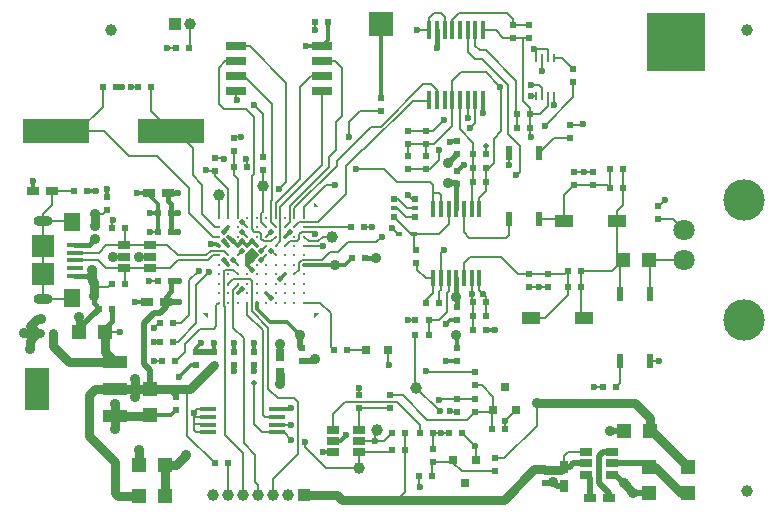
<source format=gtl>
G04 #@! TF.FileFunction,Copper,L1,Top,Mixed*
%FSLAX46Y46*%
G04 Gerber Fmt 4.6, Leading zero omitted, Abs format (unit mm)*
G04 Created by KiCad (PCBNEW 4.0.2-stable) date 2016/09/19 18:56:50*
%MOMM*%
G01*
G04 APERTURE LIST*
%ADD10C,0.100000*%
%ADD11R,0.450000X1.450000*%
%ADD12R,1.350000X0.400000*%
%ADD13R,1.900000X1.900000*%
%ADD14O,1.600000X0.900000*%
%ADD15R,1.400000X1.600000*%
%ADD16R,5.600700X2.100580*%
%ADD17R,1.201420X1.249680*%
%ADD18R,1.060000X0.650000*%
%ADD19C,1.000000*%
%ADD20C,1.800000*%
%ADD21C,3.500000*%
%ADD22R,0.800100X1.000760*%
%ADD23R,1.249680X1.201420*%
%ADD24R,1.000760X0.800100*%
%ADD25R,1.000000X1.000000*%
%ADD26R,0.800100X0.800100*%
%ADD27R,2.000000X2.000000*%
%ADD28R,5.000000X5.000000*%
%ADD29C,0.500000*%
%ADD30R,2.032000X3.657600*%
%ADD31R,2.032000X1.016000*%
%ADD32R,0.599440X0.599440*%
%ADD33R,0.450000X1.500000*%
%ADD34R,0.200000X0.700000*%
%ADD35R,0.800000X0.800100*%
%ADD36R,0.480000X0.400000*%
%ADD37R,0.600000X0.600000*%
%ADD38R,0.600000X0.400000*%
%ADD39R,0.600000X1.300000*%
%ADD40R,1.450000X0.450000*%
%ADD41R,1.500000X1.000000*%
%ADD42R,1.700000X0.650000*%
%ADD43C,1.000760*%
%ADD44C,0.330000*%
%ADD45C,0.600000*%
%ADD46C,0.900000*%
%ADD47C,0.200000*%
%ADD48C,0.400000*%
%ADD49C,0.150000*%
%ADD50C,0.500000*%
%ADD51C,0.300000*%
%ADD52C,0.800000*%
G04 APERTURE END LIST*
D10*
D11*
X39350000Y25850000D03*
X38700000Y25850000D03*
X38050000Y25850000D03*
X37400000Y25850000D03*
X36750000Y25850000D03*
X36100000Y25850000D03*
X35450000Y25850000D03*
X35450000Y19950000D03*
X36100000Y19950000D03*
X36750000Y19950000D03*
X37400000Y19950000D03*
X38050000Y19950000D03*
X38700000Y19950000D03*
X39350000Y19950000D03*
D12*
X5100000Y22800000D03*
X5100000Y22150000D03*
X5100000Y21500000D03*
X5100000Y20850000D03*
X5100000Y20200000D03*
D13*
X2450000Y22700000D03*
X2450000Y20300000D03*
D14*
X2450000Y24800000D03*
D15*
X4900000Y24700000D03*
X4900000Y18300000D03*
D14*
X2450000Y18200000D03*
D16*
X3551140Y32400000D03*
X13248860Y32400000D03*
D17*
X7699820Y15400000D03*
X5500180Y15400000D03*
X53699820Y21500000D03*
X51500180Y21500000D03*
D18*
X50600000Y3350000D03*
X50600000Y4300000D03*
X50600000Y5250000D03*
X48400000Y5250000D03*
X48400000Y3350000D03*
X48400000Y4300000D03*
X27000000Y7150000D03*
X27000000Y6200000D03*
X27000000Y5250000D03*
X29200000Y5250000D03*
X29200000Y7150000D03*
X29200000Y6200000D03*
D19*
X8200000Y41000000D03*
X62000000Y41000000D03*
X62000000Y2000000D03*
D20*
X56700000Y21500000D03*
X56700000Y24040000D03*
D21*
X61780000Y16420000D03*
X61780000Y26580000D03*
D17*
X12699820Y4200000D03*
X10500180Y4200000D03*
D22*
X22500000Y13500100D03*
X22500000Y11899900D03*
D23*
X11500000Y10599820D03*
X11500000Y8400180D03*
D22*
X46500000Y4000100D03*
X46500000Y2399900D03*
D24*
X48699900Y1400000D03*
X50300100Y1400000D03*
D23*
X53700000Y3999820D03*
X53700000Y1800180D03*
D17*
X53799820Y7000000D03*
X51600180Y7000000D03*
D24*
X3200100Y27400000D03*
X1599900Y27400000D03*
X12800100Y18000000D03*
X11199900Y18000000D03*
X13000100Y27200000D03*
X11399900Y27200000D03*
D17*
X10500180Y1500000D03*
X12699820Y1500000D03*
D23*
X57000000Y1800180D03*
X57000000Y3999820D03*
D25*
X13565000Y41500000D03*
D19*
X14835000Y41500000D03*
D25*
X24490000Y1600000D03*
D19*
X23140000Y1600000D03*
X21870000Y1600000D03*
X20600000Y1600000D03*
X19330000Y1600000D03*
X18060000Y1600000D03*
X16790000Y1600000D03*
D18*
X9300000Y22750000D03*
X9300000Y21800000D03*
X9300000Y20850000D03*
X11500000Y20850000D03*
X11500000Y22750000D03*
X11500000Y21800000D03*
D26*
X39050000Y4600760D03*
X37150000Y4600760D03*
X38100000Y2601780D03*
X40550000Y8799240D03*
X42450000Y8799240D03*
X41500000Y10798220D03*
D27*
X31000000Y41500000D03*
D28*
X56000000Y40000000D03*
D29*
X54500000Y41500000D03*
X57500000Y41500000D03*
X54500000Y38500000D03*
X57500000Y38500000D03*
X56000000Y40000000D03*
D30*
X1898000Y10600000D03*
D31*
X8502000Y10600000D03*
X8502000Y12886000D03*
X8502000Y8314000D03*
D32*
X13551180Y13000000D03*
X12448820Y13000000D03*
X28448820Y24300000D03*
X29551180Y24300000D03*
X16900000Y12648820D03*
X16900000Y13751180D03*
X54500000Y24948820D03*
X54500000Y26051180D03*
X13251180Y19700000D03*
X12148820Y19700000D03*
X35051180Y16400000D03*
X33948820Y16400000D03*
X43600000Y41451180D03*
X43600000Y40348820D03*
X37500000Y12948820D03*
X37500000Y14051180D03*
X39951180Y16800000D03*
X38848820Y16800000D03*
X44900000Y3751180D03*
X44900000Y2648820D03*
X20300000Y13751180D03*
X20300000Y12648820D03*
X15400000Y13751180D03*
X15400000Y12648820D03*
X51551180Y29200000D03*
X50448820Y29200000D03*
X45200000Y20351180D03*
X45200000Y19248820D03*
X49000000Y27848820D03*
X49000000Y28951180D03*
X8251180Y17400000D03*
X7148820Y17400000D03*
X13700000Y9951180D03*
X13700000Y8848820D03*
X47951180Y20600000D03*
X46848820Y20600000D03*
X18600000Y13751180D03*
X18600000Y12648820D03*
X24300000Y14051180D03*
X24300000Y12948820D03*
X38848820Y29300000D03*
X39951180Y29300000D03*
X37500000Y27948820D03*
X37500000Y29051180D03*
X37500000Y16448820D03*
X37500000Y17551180D03*
X37500000Y30448820D03*
X37500000Y31551180D03*
X34800000Y30351180D03*
X34800000Y29248820D03*
X42548820Y32700000D03*
X43651180Y32700000D03*
X26551180Y41700000D03*
X25448820Y41700000D03*
X33300000Y31348820D03*
X33300000Y32451180D03*
X17000000Y29048820D03*
X17000000Y30151180D03*
X8551180Y36200000D03*
X7448820Y36200000D03*
X7800000Y25748820D03*
X7800000Y26851180D03*
X10448820Y36200000D03*
X11551180Y36200000D03*
X18548820Y29400000D03*
X19651180Y29400000D03*
X35351180Y3200000D03*
X34248820Y3200000D03*
X37851180Y6900000D03*
X36748820Y6900000D03*
X40448820Y7200000D03*
X41551180Y7200000D03*
X13251180Y25500000D03*
X12148820Y25500000D03*
X13251180Y23900000D03*
X12148820Y23900000D03*
X49848820Y10800000D03*
X50951180Y10800000D03*
X50448820Y27600000D03*
X51551180Y27600000D03*
X47400000Y28951180D03*
X47400000Y27848820D03*
X47951180Y19200000D03*
X46848820Y19200000D03*
X43600000Y20351180D03*
X43600000Y19248820D03*
X38848820Y30500000D03*
X39951180Y30500000D03*
X38848820Y15600000D03*
X39951180Y15600000D03*
X47000000Y31848820D03*
X47000000Y32951180D03*
X38848820Y18000000D03*
X39951180Y18000000D03*
X39951180Y28100000D03*
X38848820Y28100000D03*
X14751180Y39500000D03*
X13648820Y39500000D03*
X27048820Y13900000D03*
X28151180Y13900000D03*
X33300000Y30351180D03*
X33300000Y29248820D03*
X42548820Y33900000D03*
X43651180Y33900000D03*
X42200000Y41451180D03*
X42200000Y40348820D03*
X34800000Y31348820D03*
X34800000Y32451180D03*
X33948820Y15200000D03*
X35051180Y15200000D03*
X47300000Y36548820D03*
X47300000Y37651180D03*
X31000000Y35251180D03*
X31000000Y34148820D03*
X33051180Y5400000D03*
X31948820Y5400000D03*
X33051180Y6900000D03*
X31948820Y6900000D03*
X5048820Y27400000D03*
X6151180Y27400000D03*
X34000000Y21248820D03*
X34000000Y22351180D03*
X16948820Y4300000D03*
X18051180Y4300000D03*
X21000000Y30251180D03*
X21000000Y29148820D03*
X9351180Y24200000D03*
X8248820Y24200000D03*
X9351180Y19500000D03*
X8248820Y19500000D03*
X13451180Y16200000D03*
X12348820Y16200000D03*
X18600000Y31851180D03*
X18600000Y30748820D03*
X13451180Y14600000D03*
X12348820Y14600000D03*
X31800000Y10051180D03*
X31800000Y8948820D03*
X34348820Y6900000D03*
X35451180Y6900000D03*
X35400000Y5551180D03*
X35400000Y4448820D03*
X40700000Y3648820D03*
X40700000Y4751180D03*
X39000000Y12051180D03*
X39000000Y10948820D03*
X39000000Y8648820D03*
X39000000Y9751180D03*
X37500000Y9751180D03*
X37500000Y8648820D03*
X2148820Y15300000D03*
X3251180Y15300000D03*
X34848820Y17900000D03*
X35951180Y17900000D03*
X29200000Y10051180D03*
X29200000Y8948820D03*
X28548820Y21700000D03*
X29651180Y21700000D03*
D33*
X39675000Y40950000D03*
X39025000Y40950000D03*
X38375000Y40950000D03*
X37725000Y40950000D03*
X37075000Y40950000D03*
X36425000Y40950000D03*
X35775000Y40950000D03*
X35125000Y40950000D03*
X35125000Y35050000D03*
X35775000Y35050000D03*
X36425000Y35050000D03*
X37075000Y35050000D03*
X37725000Y35050000D03*
X38375000Y35050000D03*
X39025000Y35050000D03*
X39675000Y35050000D03*
D34*
X45650000Y38600000D03*
X45150000Y38600000D03*
X44650000Y38600000D03*
X44150000Y38600000D03*
X44150000Y35400000D03*
X45150000Y35400000D03*
X45650000Y35400000D03*
X44650000Y35400000D03*
D35*
X29800000Y13900000D03*
X31600000Y13900000D03*
D36*
X32550000Y23700000D03*
X33850000Y23700000D03*
D37*
X32100000Y26650000D03*
D38*
X32100000Y25900000D03*
D37*
X32100000Y25150000D03*
X33900000Y25150000D03*
D38*
X33900000Y25900000D03*
D37*
X33900000Y26650000D03*
D39*
X41830000Y30600000D03*
X44370000Y30600000D03*
X44370000Y30600000D03*
X41830000Y30600000D03*
X41830000Y30600000D03*
X44370000Y30600000D03*
X44370000Y30600000D03*
X41830000Y30600000D03*
X44370000Y25000000D03*
X41830000Y25000000D03*
X53770000Y13000000D03*
X51230000Y13000000D03*
X51230000Y13000000D03*
X53770000Y13000000D03*
X53770000Y13000000D03*
X51230000Y13000000D03*
X51230000Y13000000D03*
X53770000Y13000000D03*
X51230000Y18600000D03*
X53770000Y18600000D03*
D40*
X16350000Y8875000D03*
X16350000Y8225000D03*
X16350000Y7575000D03*
X16350000Y6925000D03*
X22250000Y6925000D03*
X22250000Y7575000D03*
X22250000Y8225000D03*
X22250000Y8875000D03*
D41*
X48250000Y16600000D03*
X43750000Y16600000D03*
X51050000Y24800000D03*
X46550000Y24800000D03*
D42*
X18750000Y39605000D03*
X18750000Y38335000D03*
X18750000Y37065000D03*
X18750000Y35795000D03*
X26050000Y35795000D03*
X26050000Y37065000D03*
X26050000Y38335000D03*
X26050000Y39605000D03*
D43*
X17300000Y27000000D03*
X26900000Y23500000D03*
X34000000Y10700000D03*
X21000000Y27800000D03*
X29200000Y3900000D03*
X30700000Y7100000D03*
D44*
X17300000Y25100000D03*
X17300000Y24300000D03*
X17300000Y23500000D03*
X17300000Y22700000D03*
X17300000Y21900000D03*
X17300000Y21100000D03*
X17300000Y20300000D03*
X17300000Y19500000D03*
X17300000Y18700000D03*
X17300000Y17900000D03*
X18100000Y25100000D03*
X18100000Y24300000D03*
X18100000Y23500000D03*
X18100000Y22700000D03*
X18100000Y21900000D03*
X18100000Y21100000D03*
X18100000Y20300000D03*
X18100000Y19500000D03*
X18100000Y18700000D03*
X18100000Y17900000D03*
X18900000Y25100000D03*
X18900000Y24300000D03*
X18900000Y23500000D03*
X18900000Y22700000D03*
X18900000Y21900000D03*
X18900000Y21100000D03*
X18900000Y20300000D03*
X18900000Y19500000D03*
X18900000Y18700000D03*
X18900000Y17900000D03*
X19700000Y25100000D03*
X19700000Y24300000D03*
X19700000Y23500000D03*
X19700000Y22700000D03*
X19700000Y21900000D03*
X19700000Y21100000D03*
X19700000Y20300000D03*
X19700000Y19500000D03*
X19700000Y18700000D03*
X19700000Y17900000D03*
X20500000Y25100000D03*
X20500000Y24300000D03*
X20500000Y23500000D03*
X20500000Y22700000D03*
X20500000Y21900000D03*
X20500000Y21100000D03*
X20500000Y20300000D03*
X20500000Y19500000D03*
X20500000Y18700000D03*
X20500000Y17900000D03*
X21300000Y25100000D03*
X21300000Y24300000D03*
X21300000Y23500000D03*
X21300000Y22700000D03*
X21300000Y21900000D03*
X21300000Y21100000D03*
X21300000Y20300000D03*
X21300000Y19500000D03*
X21300000Y18700000D03*
X21300000Y17900000D03*
X22100000Y25100000D03*
X22100000Y24300000D03*
X22100000Y23500000D03*
X22100000Y22700000D03*
X22100000Y21900000D03*
X22100000Y21100000D03*
X22100000Y20300000D03*
X22100000Y19500000D03*
X22100000Y18700000D03*
X22100000Y17900000D03*
X22900000Y25100000D03*
X22900000Y24300000D03*
X22900000Y23500000D03*
X22900000Y22700000D03*
X22900000Y21900000D03*
X22900000Y21100000D03*
X22900000Y20300000D03*
X22900000Y19500000D03*
X22900000Y18700000D03*
X22900000Y17900000D03*
X23700000Y25100000D03*
X23700000Y24300000D03*
X23700000Y23500000D03*
X23700000Y22700000D03*
X23700000Y21900000D03*
X23700000Y21100000D03*
X23700000Y20300000D03*
X23700000Y19500000D03*
X23700000Y18700000D03*
X23700000Y17900000D03*
X24500000Y25100000D03*
X24500000Y24300000D03*
X24500000Y23500000D03*
X24500000Y22700000D03*
X24500000Y21900000D03*
X24500000Y21100000D03*
X24500000Y20300000D03*
X24500000Y19500000D03*
X24500000Y18700000D03*
X24500000Y17900000D03*
D10*
G36*
X25393938Y26418195D02*
X25818195Y25993938D01*
X25393938Y25993930D01*
X25393930Y25993938D01*
X25393938Y26418195D01*
X25393938Y26418195D01*
G37*
G36*
X16406062Y16581805D02*
X15981805Y17006062D01*
X16406062Y17006070D01*
X16406070Y17006062D01*
X16406062Y16581805D01*
X16406062Y16581805D01*
G37*
G36*
X25818195Y17006062D02*
X25393938Y16581805D01*
X25393930Y17006062D01*
X25393938Y17006070D01*
X25818195Y17006062D01*
X25818195Y17006062D01*
G37*
D45*
X17700000Y30100000D03*
X32000000Y24200000D03*
X33300000Y27000000D03*
X31700000Y12600000D03*
X55100000Y26600000D03*
D46*
X30600000Y21700000D03*
D45*
X29200000Y10700000D03*
D46*
X25400000Y13100000D03*
D45*
X15200000Y8600000D03*
X36900000Y31500000D03*
X41900000Y29600000D03*
X34100000Y41000000D03*
X12900000Y39500000D03*
D46*
X51600000Y2600000D03*
X52400000Y1800000D03*
X50400000Y7000000D03*
D45*
X34300000Y2300000D03*
X11500000Y23900000D03*
X11400000Y19700000D03*
X8300000Y24900000D03*
D46*
X5500000Y16700000D03*
X6700000Y19600000D03*
X6700000Y18500000D03*
X6600000Y20700000D03*
X8300000Y21800000D03*
D45*
X36900000Y8700000D03*
X38024410Y29575590D03*
X41551180Y7900000D03*
X39000000Y5800000D03*
D46*
X45600000Y2700000D03*
D45*
X36500000Y13000000D03*
X36500000Y16100000D03*
X28100000Y6700000D03*
X13900000Y11600000D03*
X33300000Y16400000D03*
X44000000Y39400000D03*
X54600000Y13000000D03*
X11800000Y14600000D03*
X19600000Y30100000D03*
X25400000Y41000000D03*
X18800000Y35100000D03*
X9900000Y36200000D03*
X9100000Y36200000D03*
X30300000Y24300000D03*
D46*
X22500000Y11000000D03*
D29*
X39900000Y31200000D03*
D45*
X11800000Y13000000D03*
D29*
X20100000Y23100000D03*
X19300000Y23100000D03*
X18500000Y23100000D03*
X23300000Y23900000D03*
X17700000Y21500000D03*
X22500000Y19900000D03*
D45*
X18600000Y12100000D03*
X20300000Y12100000D03*
X44400000Y19248820D03*
X48200000Y28951180D03*
X40700000Y15600000D03*
D29*
X19300000Y19100000D03*
X21700000Y18300000D03*
D45*
X10200000Y18000000D03*
X6900000Y27400000D03*
X1600000Y28200000D03*
X7800000Y27500000D03*
X11500000Y25500000D03*
X10400000Y27200000D03*
D46*
X10500000Y5400000D03*
X8502000Y9298000D03*
X8500000Y7200000D03*
D45*
X34800000Y12100000D03*
D46*
X36700000Y29700000D03*
D45*
X45700000Y34600000D03*
X39628755Y33971245D03*
D46*
X36700000Y28000000D03*
D45*
X26100000Y5300000D03*
D46*
X14500000Y5000000D03*
D45*
X35800000Y39500000D03*
X44700000Y37500000D03*
D46*
X44200000Y9400000D03*
X37400000Y18400000D03*
X37400000Y15200000D03*
D45*
X36100000Y6900000D03*
X36000000Y8700000D03*
X11800000Y15800000D03*
X8900000Y15400000D03*
D46*
X27100000Y21100000D03*
D29*
X17700000Y23900000D03*
D45*
X23400000Y9000000D03*
D46*
X24200000Y15200000D03*
D45*
X20300000Y34600000D03*
X24700000Y39600000D03*
D46*
X10200000Y9900000D03*
X10200000Y11400000D03*
D45*
X16600000Y22900000D03*
X13900000Y18000000D03*
X13900000Y19700000D03*
D29*
X17700000Y23100000D03*
D45*
X13800000Y23900000D03*
X13800000Y25500000D03*
X13800000Y27200000D03*
X16200000Y29100000D03*
X35900000Y9700000D03*
X41100000Y36200000D03*
X43700000Y36300000D03*
D29*
X19300000Y23900000D03*
X19300000Y24700000D03*
D45*
X49100000Y10800000D03*
X26100000Y22700000D03*
X31100000Y23500000D03*
X48100000Y33000000D03*
X36400000Y22400000D03*
X44900000Y32900000D03*
D29*
X21700000Y23900000D03*
D45*
X28300000Y31900000D03*
X25400000Y23700000D03*
X24600000Y6100000D03*
X23400000Y6300000D03*
D29*
X20900000Y21500000D03*
X20300000Y11100000D03*
D45*
X23375000Y7575000D03*
X30500000Y6200000D03*
D29*
X20900000Y22300000D03*
D45*
X22400000Y27500000D03*
D29*
X21700000Y22300000D03*
D45*
X27100000Y27900000D03*
X43700000Y35400000D03*
X15600000Y20600000D03*
D29*
X19300000Y22300000D03*
D45*
X15800000Y14500000D03*
D46*
X22500000Y14400000D03*
D45*
X20300000Y14500000D03*
X18600000Y14500000D03*
X16900000Y14500000D03*
D29*
X20100000Y22300000D03*
X20100000Y20700000D03*
X20100000Y21500000D03*
D45*
X43700000Y31900000D03*
X39700000Y18600000D03*
X38700000Y18600000D03*
X42500000Y28700000D03*
X35900000Y30800000D03*
X38400000Y33500000D03*
X38600000Y32700000D03*
X36400000Y33400000D03*
D46*
X10500000Y21800000D03*
X6800000Y25400000D03*
X6800000Y24400000D03*
X2200000Y16500000D03*
X1300000Y14000000D03*
X6800000Y23300000D03*
X800000Y15300000D03*
D45*
X19200000Y31900000D03*
X28900000Y29200000D03*
D29*
X18500000Y21500000D03*
D45*
X16500000Y20500000D03*
D47*
X17000000Y30151180D02*
X17648820Y30151180D01*
X17648820Y30151180D02*
X17700000Y30100000D01*
X32550000Y23700000D02*
X32500000Y23700000D01*
X32500000Y23700000D02*
X32000000Y24200000D01*
X33900000Y26650000D02*
X33650000Y26650000D01*
X33650000Y26650000D02*
X33300000Y27000000D01*
X31600000Y13900000D02*
X31600000Y12700000D01*
X31600000Y12700000D02*
X31700000Y12600000D01*
X54500000Y26051180D02*
X54551180Y26051180D01*
X54551180Y26051180D02*
X55100000Y26600000D01*
D48*
X29651180Y21700000D02*
X30600000Y21700000D01*
D49*
X29200000Y10051180D02*
X29200000Y10700000D01*
D50*
X25400000Y13100000D02*
X25248820Y12948820D01*
X25248820Y12948820D02*
X24300000Y12948820D01*
D51*
X37500000Y31551180D02*
X36951180Y31551180D01*
X36951180Y31551180D02*
X36900000Y31500000D01*
D49*
X41830000Y30600000D02*
X41830000Y29670000D01*
X41830000Y29670000D02*
X41900000Y29600000D01*
X35125000Y40950000D02*
X35125000Y42025000D01*
X36425000Y42075000D02*
X36425000Y40950000D01*
X36100000Y42400000D02*
X36425000Y42075000D01*
X35500000Y42400000D02*
X36100000Y42400000D01*
X35125000Y42025000D02*
X35500000Y42400000D01*
X35125000Y40950000D02*
X34150000Y40950000D01*
X34150000Y40950000D02*
X34100000Y41000000D01*
X13648820Y39500000D02*
X12900000Y39500000D01*
D52*
X51600000Y2600000D02*
X52400000Y1800000D01*
D50*
X50850000Y3350000D02*
X51600000Y2600000D01*
X52400180Y1800180D02*
X52400000Y1800000D01*
X52400180Y1800180D02*
X53700000Y1800180D01*
D49*
X34248820Y3200000D02*
X34248820Y2351180D01*
X34248820Y2351180D02*
X34300000Y2300000D01*
X12148820Y23900000D02*
X11500000Y23900000D01*
X12148820Y19700000D02*
X11400000Y19700000D01*
D47*
X8248820Y24200000D02*
X8248820Y24848820D01*
X8248820Y24848820D02*
X8300000Y24900000D01*
D50*
X5500180Y15400000D02*
X5500180Y16699820D01*
X5500180Y16699820D02*
X5500000Y16700000D01*
X5500180Y15400000D02*
X5500180Y15751360D01*
X5500180Y15751360D02*
X7148820Y17400000D01*
D52*
X6700000Y19600000D02*
X6600000Y19700000D01*
D47*
X6700000Y19200000D02*
X7948820Y19200000D01*
X7948820Y19200000D02*
X8248820Y19500000D01*
D52*
X6700000Y18500000D02*
X6700000Y19200000D01*
X6700000Y19200000D02*
X6700000Y19600000D01*
D48*
X7148820Y17400000D02*
X6700000Y17848820D01*
X6700000Y18500000D02*
X6700000Y17848820D01*
X5100000Y20200000D02*
X6100000Y20200000D01*
X6100000Y20200000D02*
X6600000Y19700000D01*
D52*
X6600000Y20700000D02*
X6600000Y19700000D01*
D48*
X6100000Y20200000D02*
X6600000Y20700000D01*
D49*
X37500000Y8648820D02*
X36951180Y8648820D01*
X36951180Y8648820D02*
X36900000Y8700000D01*
D51*
X37500000Y31551180D02*
X37500000Y31700000D01*
X38024410Y29575590D02*
X37500000Y29051180D01*
D49*
X41551180Y7200000D02*
X41551180Y7900000D01*
X41551180Y7900000D02*
X41551180Y7900420D01*
X41551180Y7900420D02*
X42450000Y8799240D01*
D50*
X44900000Y2648820D02*
X45548820Y2648820D01*
X45900100Y2399900D02*
X45600000Y2700000D01*
X45900100Y2399900D02*
X46500000Y2399900D01*
X45548820Y2648820D02*
X45600000Y2700000D01*
D51*
X37500000Y12948820D02*
X36551180Y12948820D01*
X36551180Y12948820D02*
X36500000Y13000000D01*
X37500000Y16448820D02*
X36848820Y16448820D01*
X36848820Y16448820D02*
X36500000Y16100000D01*
X27000000Y6200000D02*
X27600000Y6200000D01*
X27600000Y6200000D02*
X28100000Y6700000D01*
X15400000Y12648820D02*
X14948820Y12648820D01*
X14948820Y12648820D02*
X13900000Y11600000D01*
D49*
X15200000Y7600000D02*
X16325000Y7600000D01*
X16325000Y7600000D02*
X16350000Y7575000D01*
X15200000Y8200000D02*
X16325000Y8200000D01*
X16325000Y8200000D02*
X16350000Y8225000D01*
X16350000Y6925000D02*
X15375000Y6925000D01*
X15475000Y8875000D02*
X16350000Y8875000D01*
X15200000Y8600000D02*
X15475000Y8875000D01*
X15200000Y7100000D02*
X15200000Y7600000D01*
X15200000Y7600000D02*
X15200000Y8200000D01*
X15200000Y8200000D02*
X15200000Y8600000D01*
X15375000Y6925000D02*
X15200000Y7100000D01*
X33948820Y16400000D02*
X33300000Y16400000D01*
X44000000Y39400000D02*
X45100000Y39400000D01*
X44150000Y39250000D02*
X44000000Y39400000D01*
X44150000Y38600000D02*
X44150000Y39250000D01*
X45150000Y39350000D02*
X45150000Y38600000D01*
X45100000Y39400000D02*
X45150000Y39350000D01*
X53770000Y13000000D02*
X54600000Y13000000D01*
D50*
X53700000Y1900000D02*
X53700000Y1800180D01*
D49*
X12348820Y14600000D02*
X11800000Y14600000D01*
X19651180Y29400000D02*
X19651180Y30048820D01*
X19651180Y30048820D02*
X19600000Y30100000D01*
X25448820Y41700000D02*
X25448820Y41048820D01*
X25448820Y41048820D02*
X25400000Y41000000D01*
X18750000Y35795000D02*
X18750000Y35150000D01*
X18750000Y35150000D02*
X18800000Y35100000D01*
X10448820Y36200000D02*
X9900000Y36200000D01*
X8551180Y36200000D02*
X9100000Y36200000D01*
X29551180Y24300000D02*
X30300000Y24300000D01*
D52*
X22500000Y11899900D02*
X22500000Y11000000D01*
D50*
X51600180Y7000000D02*
X50400000Y7000000D01*
X50600000Y3350000D02*
X50850000Y3350000D01*
D49*
X37851180Y6900000D02*
X37900000Y6900000D01*
X37900000Y6900000D02*
X39000000Y5800000D01*
X39000000Y5800000D02*
X39050000Y5750000D01*
X39050000Y5750000D02*
X39050000Y4600760D01*
X39951180Y30500000D02*
X39951180Y31148820D01*
X39951180Y31148820D02*
X39900000Y31200000D01*
X12448820Y13000000D02*
X11800000Y13000000D01*
D51*
X19700000Y22700000D02*
X20100000Y23100000D01*
X20100000Y23100000D02*
X20500000Y22700000D01*
X18900000Y22700000D02*
X19300000Y23100000D01*
X19300000Y23100000D02*
X19700000Y22700000D01*
X18100000Y23500000D02*
X18500000Y23100000D01*
X18500000Y23100000D02*
X18900000Y22700000D01*
X22900000Y23500000D02*
X23300000Y23900000D01*
X18100000Y21100000D02*
X17700000Y21500000D01*
X22500000Y19900000D02*
X22900000Y20300000D01*
D47*
X18600000Y12648820D02*
X18600000Y12100000D01*
X20300000Y12648820D02*
X20300000Y12100000D01*
D49*
X43600000Y19248820D02*
X44400000Y19248820D01*
X44400000Y19248820D02*
X45200000Y19248820D01*
D47*
X43750000Y19098820D02*
X43600000Y19248820D01*
D49*
X47400000Y28951180D02*
X48200000Y28951180D01*
X48200000Y28951180D02*
X49000000Y28951180D01*
D51*
X39951180Y15600000D02*
X40700000Y15600000D01*
X18900000Y18700000D02*
X19300000Y19100000D01*
X21300000Y18700000D02*
X21700000Y18300000D01*
X11199900Y18000000D02*
X10200000Y18000000D01*
X6151180Y27400000D02*
X6900000Y27400000D01*
X1599900Y27400000D02*
X1599900Y28199900D01*
X1599900Y28199900D02*
X1600000Y28200000D01*
X7800000Y26851180D02*
X7800000Y27500000D01*
X12148820Y25500000D02*
X11500000Y25500000D01*
X11399900Y27200000D02*
X10400000Y27200000D01*
X12148820Y25500000D02*
X12148820Y23900000D01*
X11399900Y27200000D02*
X11399900Y27000100D01*
X11399900Y27000100D02*
X12148820Y26251180D01*
X12148820Y26251180D02*
X12148820Y25500000D01*
D52*
X10500180Y4200000D02*
X10500180Y5399820D01*
X10500180Y5399820D02*
X10500000Y5400000D01*
X8502000Y8314000D02*
X8502000Y9298000D01*
D51*
X9300000Y21800000D02*
X8300000Y21800000D01*
X11500000Y8400180D02*
X13251360Y8400180D01*
X13251360Y8400180D02*
X13700000Y8848820D01*
D52*
X8502000Y8314000D02*
X11413820Y8314000D01*
X11413820Y8314000D02*
X11500000Y8400180D01*
X8502000Y8314000D02*
X8502000Y7202000D01*
X8502000Y7202000D02*
X8500000Y7200000D01*
D50*
X5599820Y15300000D02*
X5599820Y15599820D01*
D49*
X39000000Y12051180D02*
X34848820Y12051180D01*
X34848820Y12051180D02*
X34800000Y12100000D01*
D50*
X36700000Y29700000D02*
X36751180Y29700000D01*
X36751180Y29700000D02*
X37500000Y30448820D01*
D51*
X39646245Y33971245D02*
X39628755Y33971245D01*
X39675000Y35050000D02*
X39675000Y34000000D01*
X39675000Y34000000D02*
X39646245Y33971245D01*
D47*
X39675000Y33925000D02*
X39700000Y33900000D01*
X45650000Y35400000D02*
X45650000Y34650000D01*
X45650000Y34650000D02*
X45700000Y34600000D01*
D51*
X45650000Y34650000D02*
X45700000Y34600000D01*
D48*
X37400000Y25850000D02*
X37400000Y27848820D01*
X37400000Y27848820D02*
X37500000Y27948820D01*
D50*
X36700000Y28000000D02*
X37448820Y28000000D01*
X37448820Y28000000D02*
X37500000Y27948820D01*
D51*
X39675000Y33925000D02*
X39700000Y33900000D01*
D48*
X37400000Y27848820D02*
X37500000Y27948820D01*
D51*
X26100000Y5300000D02*
X26150000Y5250000D01*
X26150000Y5250000D02*
X27000000Y5250000D01*
D52*
X12699820Y4200000D02*
X13700000Y4200000D01*
X13700000Y4200000D02*
X14500000Y5000000D01*
D51*
X37500000Y30448820D02*
X37448820Y30448820D01*
D52*
X12699820Y1500000D02*
X12699820Y4200000D01*
D49*
X31800000Y10051180D02*
X32848820Y10051180D01*
X38351180Y8000000D02*
X39000000Y8648820D01*
X34900000Y8000000D02*
X38351180Y8000000D01*
X32848820Y10051180D02*
X34900000Y8000000D01*
X39000000Y10948820D02*
X39551180Y10948820D01*
X40550000Y9950000D02*
X40550000Y8799240D01*
X39551180Y10948820D02*
X40550000Y9950000D01*
X39000000Y8648820D02*
X40399580Y8648820D01*
X40399580Y8648820D02*
X40550000Y8799240D01*
X40448820Y7200000D02*
X40448820Y8698060D01*
X40448820Y8698060D02*
X40550000Y8799240D01*
X44650000Y38600000D02*
X44650000Y37550000D01*
X44650000Y37550000D02*
X44700000Y37500000D01*
D52*
X53799820Y7000000D02*
X53999820Y7000000D01*
X53999820Y7000000D02*
X57000000Y3999820D01*
X44200000Y9400000D02*
X52500000Y9400000D01*
D49*
X41451180Y4751180D02*
X44200000Y7500000D01*
X44200000Y7500000D02*
X44200000Y9400000D01*
X40700000Y4751180D02*
X41451180Y4751180D01*
D52*
X53799820Y8100180D02*
X53799820Y7000000D01*
X52500000Y9400000D02*
X53799820Y8100180D01*
D50*
X57000000Y3999820D02*
X56800000Y3999820D01*
D48*
X37500000Y17551180D02*
X37500000Y18300000D01*
X37500000Y18300000D02*
X37400000Y18400000D01*
X37400000Y19950000D02*
X37400000Y18400000D01*
X35775000Y40950000D02*
X35775000Y39525000D01*
X35775000Y39525000D02*
X35800000Y39500000D01*
D50*
X35800000Y39500000D02*
X35775000Y39525000D01*
D51*
X37500000Y15100000D02*
X37500000Y14051180D01*
X37400000Y15200000D02*
X37500000Y15100000D01*
X37400000Y17651180D02*
X37500000Y17551180D01*
D49*
X34000000Y10700000D02*
X36000000Y8700000D01*
X33948820Y15200000D02*
X33948820Y10751180D01*
X33948820Y10751180D02*
X34000000Y10700000D01*
X35451180Y6900000D02*
X36100000Y6900000D01*
X36100000Y6900000D02*
X36748820Y6900000D01*
X35451180Y6900000D02*
X35451180Y5602360D01*
X35451180Y5602360D02*
X35400000Y5551180D01*
D48*
X7699820Y15400000D02*
X7699820Y15799820D01*
X7699820Y15799820D02*
X8251180Y16351180D01*
X8251180Y16351180D02*
X8251180Y17400000D01*
D49*
X7699820Y15400000D02*
X8900000Y15400000D01*
X11800000Y15800000D02*
X12200000Y16200000D01*
X12200000Y16200000D02*
X12348820Y16200000D01*
D52*
X7699820Y15400000D02*
X7699820Y13688180D01*
X7699820Y13688180D02*
X8502000Y12886000D01*
D48*
X7551180Y15548640D02*
X7699820Y15400000D01*
D51*
X7551180Y15348640D02*
X7699820Y15200000D01*
X7251180Y15648640D02*
X7699820Y15200000D01*
D52*
X3251180Y15300000D02*
X3251180Y14248820D01*
X3251180Y14248820D02*
X4614000Y12886000D01*
X4614000Y12886000D02*
X8502000Y12886000D01*
D51*
X27100000Y21100000D02*
X27948820Y21100000D01*
X27948820Y21100000D02*
X28548820Y21700000D01*
X24500000Y21100000D02*
X27100000Y21100000D01*
X17700000Y23900000D02*
X18100000Y24300000D01*
D49*
X33051180Y5400000D02*
X33051180Y1851180D01*
X32400000Y1200000D02*
X32200000Y1200000D01*
X33051180Y1851180D02*
X32400000Y1200000D01*
D52*
X24490000Y1600000D02*
X27300000Y1600000D01*
X27300000Y1600000D02*
X27700000Y1200000D01*
X27700000Y1200000D02*
X32200000Y1200000D01*
X44000000Y3800000D02*
X44851180Y3800000D01*
X32200000Y1200000D02*
X41400000Y1200000D01*
X41400000Y1200000D02*
X44000000Y3800000D01*
D49*
X14600000Y10599820D02*
X14600000Y6648820D01*
X14600000Y6648820D02*
X16948820Y4300000D01*
D50*
X24200000Y15200000D02*
X24200000Y14151180D01*
X24200000Y14151180D02*
X24300000Y14051180D01*
D51*
X23275000Y8875000D02*
X22250000Y8875000D01*
X23400000Y9000000D02*
X23275000Y8875000D01*
X21600000Y16300000D02*
X23100000Y16300000D01*
X20500000Y17400000D02*
X21600000Y16300000D01*
X20500000Y17900000D02*
X20500000Y17400000D01*
X23100000Y16300000D02*
X24200000Y15200000D01*
D49*
X21000000Y30251180D02*
X21000000Y33900000D01*
X21000000Y33900000D02*
X20300000Y34600000D01*
D51*
X24705000Y39605000D02*
X26050000Y39605000D01*
X24700000Y39600000D02*
X24705000Y39605000D01*
D52*
X44851180Y3800000D02*
X44900000Y3751180D01*
X44900000Y3751180D02*
X46251080Y3751180D01*
X46251080Y3751180D02*
X46500000Y4000100D01*
D49*
X46500000Y4000100D02*
X46500000Y4900000D01*
X46850000Y5250000D02*
X48400000Y5250000D01*
X46500000Y4900000D02*
X46850000Y5250000D01*
D50*
X46500000Y4000100D02*
X47000100Y4000100D01*
X47300000Y4300000D02*
X48400000Y4300000D01*
X47000100Y4000100D02*
X47300000Y4300000D01*
D49*
X33051180Y5400000D02*
X33051180Y6900000D01*
D51*
X26551180Y41700000D02*
X26551180Y40106180D01*
X26551180Y40106180D02*
X26050000Y39605000D01*
X18100000Y22700000D02*
X17700000Y23100000D01*
D52*
X8502000Y10600000D02*
X6800000Y10600000D01*
X6800000Y10600000D02*
X6300000Y10100000D01*
X6300000Y10100000D02*
X6300000Y6600000D01*
X6300000Y6600000D02*
X8500000Y4400000D01*
X8500000Y4400000D02*
X8500000Y1800000D01*
X8500000Y1800000D02*
X8800000Y1500000D01*
X8800000Y1500000D02*
X10500180Y1500000D01*
X11500000Y10599820D02*
X14600000Y10599820D01*
X14600000Y10599820D02*
X14851000Y10599820D01*
X14851000Y10599820D02*
X16900000Y12648820D01*
X10200000Y10600000D02*
X10200000Y9900000D01*
X10200000Y10600000D02*
X10200000Y11400000D01*
D50*
X11500000Y10599820D02*
X11500000Y12200000D01*
X11500000Y12200000D02*
X11000000Y12700000D01*
X11000000Y12700000D02*
X11000000Y16200000D01*
X11000000Y16200000D02*
X11800000Y17000000D01*
X11800000Y17000000D02*
X12300000Y17000000D01*
X12300000Y17000000D02*
X12800100Y17500100D01*
X12800100Y17500100D02*
X12800100Y18000000D01*
D51*
X16600000Y22900000D02*
X17100000Y22900000D01*
X17100000Y22900000D02*
X17300000Y22700000D01*
D50*
X12800100Y18000000D02*
X13900000Y18000000D01*
X13251180Y19700000D02*
X13900000Y19700000D01*
D48*
X13251180Y23900000D02*
X13800000Y23900000D01*
X13251180Y25500000D02*
X13800000Y25500000D01*
X13000100Y27200000D02*
X13800000Y27200000D01*
X12800100Y18000000D02*
X12800100Y18400100D01*
X12800100Y18400100D02*
X13251180Y18851180D01*
X13251180Y18851180D02*
X13251180Y19700000D01*
X13251180Y25500000D02*
X13251180Y23900000D01*
X13000100Y27200000D02*
X13000100Y26499900D01*
X13000100Y26499900D02*
X13251180Y26248820D01*
X13251180Y26248820D02*
X13251180Y25500000D01*
D51*
X11500000Y10599820D02*
X13051360Y10599820D01*
X13051360Y10599820D02*
X13700000Y9951180D01*
D52*
X8502000Y10600000D02*
X10200000Y10600000D01*
X10200000Y10600000D02*
X11499820Y10600000D01*
X11499820Y10600000D02*
X11500000Y10599820D01*
X8502000Y10600000D02*
X9100180Y10600000D01*
D47*
X16200000Y29100000D02*
X16251180Y29048820D01*
X17000000Y29048820D02*
X16251180Y29048820D01*
X35951180Y9751180D02*
X35900000Y9700000D01*
X35951180Y9751180D02*
X37500000Y9751180D01*
D49*
X17000000Y29048820D02*
X17000000Y28600000D01*
X17000000Y28600000D02*
X18100000Y27500000D01*
X18100000Y27500000D02*
X18100000Y25100000D01*
X37500000Y9751180D02*
X39000000Y9751180D01*
X39951180Y29300000D02*
X40200000Y29300000D01*
X40200000Y29300000D02*
X40600000Y29700000D01*
X40600000Y29700000D02*
X40600000Y31800000D01*
X40600000Y31800000D02*
X41200000Y32400000D01*
X41200000Y32400000D02*
X41200000Y36100000D01*
X41200000Y36100000D02*
X41100000Y36200000D01*
X37075000Y36675000D02*
X37075000Y35050000D01*
X41100000Y36200000D02*
X39900000Y37400000D01*
X39900000Y37400000D02*
X37800000Y37400000D01*
X37800000Y37400000D02*
X37075000Y36675000D01*
X34800000Y31348820D02*
X35548820Y31348820D01*
X37075000Y32875000D02*
X37075000Y35050000D01*
X35548820Y31348820D02*
X37075000Y32875000D01*
X39951180Y28100000D02*
X39951180Y29300000D01*
X34800000Y31348820D02*
X33300000Y31348820D01*
X34800000Y30351180D02*
X34800000Y31348820D01*
X33300000Y30351180D02*
X33300000Y31348820D01*
X44650000Y35400000D02*
X44650000Y36050000D01*
X44400000Y36300000D02*
X43700000Y36300000D01*
X44650000Y36050000D02*
X44400000Y36300000D01*
D47*
X39350000Y25850000D02*
X39350000Y26750000D01*
X39350000Y26750000D02*
X39951180Y27351180D01*
X39951180Y27351180D02*
X39951180Y28100000D01*
D49*
X43600000Y41451180D02*
X42200000Y41451180D01*
X42200000Y41451180D02*
X42200000Y41900000D01*
X42200000Y41900000D02*
X41700000Y42400000D01*
X41700000Y42400000D02*
X37600000Y42400000D01*
X37600000Y42400000D02*
X37075000Y41875000D01*
X37075000Y41875000D02*
X37075000Y40950000D01*
X18548820Y29400000D02*
X18548820Y28751180D01*
X18900000Y28400000D02*
X18900000Y25100000D01*
X18548820Y28751180D02*
X18900000Y28400000D01*
X18548820Y29400000D02*
X18548820Y30697640D01*
X18548820Y30697640D02*
X18600000Y30748820D01*
D47*
X28151180Y13900000D02*
X29800000Y13900000D01*
X54500000Y24948820D02*
X55791180Y24948820D01*
X55791180Y24948820D02*
X56700000Y24040000D01*
X56640000Y24100000D02*
X56700000Y24040000D01*
D49*
X19300000Y23900000D02*
X19700000Y23500000D01*
X21870000Y1600000D02*
X21870000Y2970000D01*
X20100000Y17200000D02*
X21500000Y15800000D01*
X21500000Y15800000D02*
X21500000Y10600000D01*
X21500000Y10600000D02*
X22300000Y9800000D01*
X22300000Y9800000D02*
X23700000Y9800000D01*
X23700000Y9800000D02*
X24000000Y9500000D01*
X24000000Y9500000D02*
X24000000Y5100000D01*
X24000000Y5100000D02*
X21870000Y2970000D01*
X18500000Y19900000D02*
X19900000Y19900000D01*
X19900000Y19900000D02*
X20100000Y19700000D01*
X18500000Y19900000D02*
X18100000Y19500000D01*
X20100000Y19700000D02*
X20100000Y17200000D01*
X18100000Y19500000D02*
X18100000Y19400000D01*
X20600000Y1600000D02*
X20600000Y2500000D01*
X19400000Y14900000D02*
X19400000Y6000000D01*
X18500000Y15800000D02*
X19400000Y14900000D01*
X18500000Y19000000D02*
X18500000Y15800000D01*
X18500000Y19000000D02*
X18900000Y19400000D01*
X20400000Y2700000D02*
X20600000Y2500000D01*
X20400000Y5000000D02*
X20400000Y2700000D01*
X19400000Y6000000D02*
X20400000Y5000000D01*
X18900000Y19500000D02*
X18900000Y19400000D01*
X19330000Y1600000D02*
X19330000Y5170000D01*
X17800000Y6700000D02*
X19330000Y5170000D01*
X17800000Y17500000D02*
X17800000Y6700000D01*
X17700000Y17600000D02*
X17800000Y17500000D01*
X17700000Y20600000D02*
X17700000Y17600000D01*
X17800000Y20700000D02*
X17700000Y20600000D01*
X18500000Y20700000D02*
X17800000Y20700000D01*
X18500000Y20700000D02*
X18900000Y20300000D01*
X18060000Y4291180D02*
X18060000Y1200000D01*
X18060000Y4291180D02*
X18051180Y4300000D01*
X19300000Y24700000D02*
X19700000Y24300000D01*
X24500000Y22700000D02*
X26100000Y22700000D01*
X49100000Y10800000D02*
X49848820Y10800000D01*
X51230000Y13000000D02*
X51230000Y11078820D01*
X51230000Y11078820D02*
X50951180Y10800000D01*
X28448820Y24300000D02*
X24500000Y24300000D01*
X30600000Y23000000D02*
X31100000Y23500000D01*
X24100000Y20700000D02*
X24100000Y21300000D01*
X24100000Y21300000D02*
X24300000Y21500000D01*
X24300000Y21500000D02*
X26000000Y21500000D01*
X26000000Y21500000D02*
X26700000Y22200000D01*
X26700000Y22200000D02*
X27400000Y22200000D01*
X27400000Y22200000D02*
X28200000Y23000000D01*
X28200000Y23000000D02*
X30600000Y23000000D01*
X24100000Y20700000D02*
X23700000Y20300000D01*
X48051180Y32951180D02*
X47000000Y32951180D01*
X48100000Y33000000D02*
X48051180Y32951180D01*
X27000000Y7150000D02*
X27000000Y8500000D01*
X34348820Y7551180D02*
X34348820Y6900000D01*
X32400000Y9500000D02*
X34348820Y7551180D01*
X28000000Y9500000D02*
X32400000Y9500000D01*
X27000000Y8500000D02*
X28000000Y9500000D01*
X36100000Y19950000D02*
X36100000Y22100000D01*
X36100000Y22100000D02*
X36400000Y22400000D01*
X44900000Y32900000D02*
X47300000Y35300000D01*
X47300000Y35300000D02*
X47300000Y36548820D01*
X35951180Y17900000D02*
X35951180Y18851180D01*
X36100000Y19000000D02*
X36100000Y19950000D01*
X35951180Y18851180D02*
X36100000Y19000000D01*
X14835000Y41500000D02*
X14835000Y39583820D01*
X14835000Y39583820D02*
X14751180Y39500000D01*
X21300000Y23500000D02*
X21700000Y23900000D01*
D47*
X25900000Y17900000D02*
X26800000Y17000000D01*
X24500000Y17900000D02*
X25900000Y17900000D01*
X26800000Y17000000D02*
X26800000Y14148820D01*
X26800000Y14148820D02*
X27048820Y13900000D01*
D49*
X13551180Y13000000D02*
X13700000Y13000000D01*
X13700000Y13000000D02*
X14400000Y13700000D01*
X14400000Y13700000D02*
X14400000Y14400000D01*
X14400000Y14400000D02*
X15700000Y15700000D01*
X15700000Y15700000D02*
X16900000Y15700000D01*
X16900000Y15700000D02*
X17100000Y15900000D01*
X17100000Y15900000D02*
X17100000Y17700000D01*
X17100000Y17700000D02*
X17300000Y17900000D01*
X17300000Y17900000D02*
X17200000Y17900000D01*
X28300000Y31900000D02*
X28300000Y33200000D01*
X22900000Y22700000D02*
X23300000Y23100000D01*
X25200000Y23900000D02*
X25400000Y23700000D01*
X24300000Y23900000D02*
X25200000Y23900000D01*
X24100000Y23700000D02*
X24300000Y23900000D01*
X24100000Y23300000D02*
X24100000Y23700000D01*
X23900000Y23100000D02*
X24100000Y23300000D01*
X23300000Y23100000D02*
X23900000Y23100000D01*
X29248820Y34148820D02*
X31000000Y34148820D01*
X28300000Y33200000D02*
X29248820Y34148820D01*
X24600000Y6100000D02*
X24600000Y5700000D01*
X26400000Y3900000D02*
X29200000Y3900000D01*
X24600000Y5700000D02*
X26400000Y3900000D01*
D47*
X23400000Y6300000D02*
X22775000Y6925000D01*
X29200000Y3900000D02*
X29200000Y5250000D01*
X22250000Y6925000D02*
X22775000Y6925000D01*
D49*
X29200000Y5250000D02*
X31798820Y5250000D01*
X31798820Y5250000D02*
X31948820Y5400000D01*
X22250000Y6925000D02*
X20975000Y6925000D01*
X20900000Y21500000D02*
X21300000Y21900000D01*
X20300000Y7600000D02*
X20300000Y11100000D01*
X20975000Y6925000D02*
X20300000Y7600000D01*
X30500000Y6200000D02*
X30500000Y6900000D01*
X30500000Y6900000D02*
X30700000Y7100000D01*
X29200000Y6200000D02*
X30500000Y6200000D01*
X30500000Y6200000D02*
X31248820Y6200000D01*
X31248820Y6200000D02*
X31948820Y6900000D01*
X22250000Y7575000D02*
X23375000Y7575000D01*
X20900000Y22300000D02*
X21300000Y22700000D01*
X24200000Y28400000D02*
X24200000Y36200000D01*
X25065000Y37065000D02*
X26050000Y37065000D01*
X24200000Y36200000D02*
X25065000Y37065000D01*
X22100000Y26300000D02*
X24200000Y28400000D01*
X22100000Y25100000D02*
X22100000Y26300000D01*
X21800000Y26600000D02*
X21700000Y26500000D01*
X21700000Y26500000D02*
X21700000Y24700000D01*
X22100000Y24300000D02*
X21700000Y24700000D01*
X21800000Y34700000D02*
X19435000Y37065000D01*
X21800000Y34700000D02*
X21800000Y26600000D01*
X18750000Y37065000D02*
X19435000Y37065000D01*
X27700000Y33700000D02*
X27200000Y33200000D01*
X23300000Y26100000D02*
X26600000Y29400000D01*
X27700000Y33700000D02*
X27700000Y37800000D01*
X26050000Y38335000D02*
X27165000Y38335000D01*
X27165000Y38335000D02*
X27700000Y37800000D01*
X23300000Y26100000D02*
X23300000Y24700000D01*
X23300000Y24700000D02*
X22900000Y24300000D01*
X26600000Y30200000D02*
X26600000Y29400000D01*
X27200000Y30800000D02*
X26600000Y30200000D01*
X27200000Y33200000D02*
X27200000Y30800000D01*
X20100000Y24100000D02*
X20100000Y28600000D01*
X22100000Y23500000D02*
X21700000Y23100000D01*
X21100000Y23100000D02*
X21700000Y23100000D01*
X17835000Y38335000D02*
X17300000Y37800000D01*
X17835000Y38335000D02*
X18750000Y38335000D01*
X20900000Y23300000D02*
X21100000Y23100000D01*
X20900000Y23700000D02*
X20900000Y23300000D01*
X20700000Y23900000D02*
X20900000Y23700000D01*
X20300000Y23900000D02*
X20700000Y23900000D01*
X20100000Y24100000D02*
X20300000Y23900000D01*
X19600000Y34300000D02*
X20300000Y33600000D01*
X17700000Y34300000D02*
X19600000Y34300000D01*
X17300000Y34700000D02*
X17700000Y34300000D01*
X17300000Y37800000D02*
X17300000Y34700000D01*
X20300000Y28800000D02*
X20300000Y33600000D01*
X20100000Y28600000D02*
X20300000Y28800000D01*
X26050000Y35795000D02*
X26050000Y29550000D01*
X26050000Y29550000D02*
X22500000Y26000000D01*
X22500000Y26000000D02*
X22500000Y23100000D01*
X22500000Y23100000D02*
X22100000Y22700000D01*
X19895000Y39605000D02*
X23000000Y36500000D01*
X18750000Y39605000D02*
X19895000Y39605000D01*
X23000000Y28100000D02*
X22400000Y27500000D01*
X23000000Y36500000D02*
X23000000Y28100000D01*
X21700000Y22300000D02*
X22100000Y21900000D01*
X18750000Y39605000D02*
X19095000Y39605000D01*
X24500000Y25100000D02*
X24500000Y26000000D01*
X26400000Y27900000D02*
X27100000Y27900000D01*
X24500000Y26000000D02*
X26400000Y27900000D01*
X43700000Y35400000D02*
X44150000Y35400000D01*
X19700000Y17900000D02*
X19700000Y16900000D01*
X19700000Y16900000D02*
X21000000Y15600000D01*
X21000000Y15600000D02*
X21000000Y8400000D01*
X21000000Y8400000D02*
X21175000Y8225000D01*
X21175000Y8225000D02*
X22250000Y8225000D01*
X25700000Y24700000D02*
X28100000Y27100000D01*
X29600000Y30900000D02*
X33700000Y35000000D01*
X35075000Y35000000D02*
X33700000Y35000000D01*
X25700000Y24700000D02*
X24100000Y24700000D01*
X24100000Y24700000D02*
X23700000Y24300000D01*
X29500000Y30900000D02*
X29600000Y30900000D01*
X28100000Y29500000D02*
X29500000Y30900000D01*
X28100000Y27100000D02*
X28100000Y29500000D01*
X35075000Y35000000D02*
X35125000Y35050000D01*
X35125000Y35050000D02*
X35125000Y34925000D01*
X23700000Y24300000D02*
X23700000Y24400000D01*
X23700000Y25900000D02*
X27300000Y29500000D01*
X30200000Y32800000D02*
X31000000Y32800000D01*
X31000000Y32800000D02*
X34600000Y36400000D01*
X34600000Y36400000D02*
X35300000Y36400000D01*
X35300000Y36400000D02*
X35775000Y35925000D01*
X35775000Y35050000D02*
X35775000Y35925000D01*
X23700000Y25900000D02*
X23700000Y25100000D01*
X27300000Y29900000D02*
X30200000Y32800000D01*
X27300000Y29500000D02*
X27300000Y29900000D01*
X13451180Y16200000D02*
X14100000Y16200000D01*
X14800000Y19800000D02*
X15600000Y20600000D01*
X14800000Y16900000D02*
X14800000Y19800000D01*
X14100000Y16200000D02*
X14800000Y16900000D01*
X18900000Y21900000D02*
X19300000Y22300000D01*
X13551180Y16000000D02*
X13551180Y16151180D01*
X11500000Y22750000D02*
X12950000Y22750000D01*
X12950000Y22750000D02*
X13800000Y21900000D01*
X9351180Y24200000D02*
X9351180Y22801180D01*
X9351180Y22801180D02*
X9300000Y22750000D01*
X5100000Y22150000D02*
X7150000Y22150000D01*
X7750000Y22750000D02*
X9300000Y22750000D01*
X7150000Y22150000D02*
X7750000Y22750000D01*
X9300000Y24248820D02*
X9148820Y24400000D01*
X9300000Y22750000D02*
X11500000Y22750000D01*
X17700000Y22300000D02*
X18100000Y21900000D01*
X13800000Y21900000D02*
X16200000Y21900000D01*
X16200000Y21900000D02*
X16600000Y22300000D01*
X16600000Y22300000D02*
X17700000Y22300000D01*
D47*
X9250000Y22800000D02*
X9300000Y22750000D01*
D49*
X11500000Y20850000D02*
X13150000Y20850000D01*
X16400000Y21500000D02*
X16800000Y21900000D01*
X16800000Y21900000D02*
X17300000Y21900000D01*
X13800000Y21500000D02*
X16400000Y21500000D01*
X13150000Y20850000D02*
X13800000Y21500000D01*
X9351180Y19500000D02*
X9351180Y20798820D01*
X9351180Y20798820D02*
X9300000Y20850000D01*
X5100000Y21500000D02*
X7100000Y21500000D01*
X7750000Y20850000D02*
X9300000Y20850000D01*
X7100000Y21500000D02*
X7750000Y20850000D01*
X9300000Y20850000D02*
X11500000Y20850000D01*
D47*
X56700000Y21500000D02*
X53699820Y21500000D01*
X53770000Y18600000D02*
X53770000Y21429820D01*
X53770000Y21429820D02*
X53699820Y21500000D01*
X53699820Y18670180D02*
X53770000Y18600000D01*
X51050000Y24800000D02*
X51050000Y25650000D01*
X51050000Y25650000D02*
X51551180Y26151180D01*
X51551180Y26151180D02*
X51551180Y27600000D01*
X51050000Y24800000D02*
X51050000Y21950180D01*
X51050000Y21950180D02*
X51500180Y21500000D01*
X47951180Y20600000D02*
X50600180Y20600000D01*
X50600180Y20600000D02*
X51500180Y21500000D01*
X51230000Y18600000D02*
X51230000Y21229820D01*
X51230000Y21229820D02*
X51500180Y21500000D01*
X51000180Y21000000D02*
X51500180Y21500000D01*
X48250000Y16600000D02*
X48250000Y16350180D01*
X47951180Y19200000D02*
X47951180Y16898820D01*
X47951180Y16898820D02*
X48250000Y16600000D01*
X47951180Y19200000D02*
X47951180Y20600000D01*
X51400180Y21400000D02*
X51500180Y21500000D01*
X50751180Y25098820D02*
X51050000Y24800000D01*
X51551180Y27600000D02*
X51551180Y29200000D01*
X51230000Y21229820D02*
X51500180Y21500000D01*
D49*
X44370000Y25000000D02*
X46350000Y25000000D01*
X46350000Y25000000D02*
X46550000Y24800000D01*
D47*
X46551180Y27000000D02*
X46551180Y24801180D01*
X46551180Y24801180D02*
X46550000Y24800000D01*
X46551180Y27000000D02*
X47400000Y27848820D01*
X47400000Y27848820D02*
X49000000Y27848820D01*
X46600000Y24850000D02*
X46550000Y24800000D01*
X49000000Y27848820D02*
X50200000Y27848820D01*
X50200000Y27848820D02*
X50448820Y27600000D01*
X50448820Y27600000D02*
X50448820Y29200000D01*
D49*
X43600000Y20351180D02*
X42648820Y20351180D01*
X42648820Y20351180D02*
X41200000Y21800000D01*
X41200000Y21800000D02*
X38600000Y21800000D01*
X38600000Y21800000D02*
X38050000Y21250000D01*
X38050000Y21250000D02*
X38050000Y19950000D01*
X43750000Y16600000D02*
X44900000Y16600000D01*
X44900000Y16600000D02*
X46848820Y18548820D01*
X46848820Y18548820D02*
X46848820Y19200000D01*
X43600000Y20351180D02*
X45200000Y20351180D01*
X45200000Y20351180D02*
X46600000Y20351180D01*
X46600000Y20351180D02*
X46848820Y20600000D01*
D47*
X43750000Y16600000D02*
X43400000Y16600000D01*
X43750000Y16550000D02*
X43750000Y16600000D01*
X46848820Y19200000D02*
X46848820Y20600000D01*
X46800000Y19248820D02*
X46848820Y19200000D01*
D51*
X20100000Y21500000D02*
X19700000Y21500000D01*
X20100000Y21500000D02*
X20100000Y21900000D01*
X20100000Y22300000D02*
X20100000Y21900000D01*
X20100000Y21900000D02*
X20100000Y22000000D01*
X20100000Y22000000D02*
X20100000Y21900000D01*
X20100000Y21500000D02*
X20500000Y21900000D01*
X15400000Y13751180D02*
X15400000Y14100000D01*
X15400000Y14100000D02*
X15800000Y14500000D01*
D50*
X15400000Y13751180D02*
X16900000Y13751180D01*
X22500000Y13500100D02*
X22500000Y14400000D01*
D51*
X20300000Y13751180D02*
X20300000Y14500000D01*
X18600000Y13751180D02*
X18600000Y14500000D01*
X16900000Y13751180D02*
X16900000Y14500000D01*
X19700000Y21100000D02*
X20100000Y21500000D01*
X19700000Y21900000D02*
X20100000Y22300000D01*
X19700000Y21900000D02*
X19700000Y21500000D01*
X19700000Y21500000D02*
X19700000Y21100000D01*
X19700000Y21900000D02*
X20100000Y21900000D01*
X20100000Y21900000D02*
X20500000Y21900000D01*
X20500000Y21900000D02*
X20100000Y22300000D01*
X19700000Y21100000D02*
X20100000Y20700000D01*
X19700000Y21900000D02*
X20100000Y21500000D01*
D49*
X43651180Y31948820D02*
X43700000Y31900000D01*
X43651180Y31948820D02*
X43651180Y32700000D01*
X43651180Y33900000D02*
X43651180Y34348820D01*
X43051180Y40348820D02*
X43100000Y40348820D01*
X43051180Y34948820D02*
X43051180Y40348820D01*
X43651180Y34348820D02*
X43051180Y34948820D01*
X43651180Y33900000D02*
X44500000Y33900000D01*
X45150000Y34550000D02*
X45150000Y35400000D01*
X44500000Y33900000D02*
X45150000Y34550000D01*
X43651180Y32548820D02*
X43651180Y32700000D01*
X43600000Y40348820D02*
X43600000Y40300000D01*
X43651180Y32700000D02*
X43651180Y33900000D01*
X42200000Y40348820D02*
X43100000Y40348820D01*
X43100000Y40348820D02*
X43600000Y40348820D01*
X39675000Y40950000D02*
X40750000Y40950000D01*
X40750000Y40950000D02*
X41351180Y40348820D01*
X41351180Y40348820D02*
X42200000Y40348820D01*
D47*
X39951180Y16800000D02*
X39951180Y18000000D01*
X39350000Y19950000D02*
X39350000Y18950000D01*
X39350000Y18950000D02*
X39700000Y18600000D01*
X39700000Y18600000D02*
X39951180Y18348820D01*
X39951180Y18348820D02*
X39951180Y18000000D01*
D49*
X42800000Y31200000D02*
X41800000Y32200000D01*
X42800000Y29000000D02*
X42800000Y31200000D01*
X42500000Y28700000D02*
X42800000Y29000000D01*
X39000000Y38500000D02*
X39600000Y38500000D01*
X38375000Y39125000D02*
X39000000Y38500000D01*
X38375000Y40950000D02*
X38375000Y39125000D01*
X41800000Y36300000D02*
X41800000Y32200000D01*
X39600000Y38500000D02*
X41800000Y36300000D01*
D47*
X38848820Y16800000D02*
X38848820Y15600000D01*
X38848820Y16800000D02*
X38848820Y18000000D01*
X38700000Y19950000D02*
X38700000Y18600000D01*
X38700000Y18600000D02*
X38700000Y18148820D01*
X38700000Y18148820D02*
X38848820Y18000000D01*
D49*
X37725000Y35050000D02*
X37725000Y32575000D01*
X38848820Y31451180D02*
X38848820Y30500000D01*
X37725000Y32575000D02*
X38848820Y31451180D01*
X37800000Y34975000D02*
X37725000Y35050000D01*
D47*
X38848820Y29300000D02*
X38848820Y30500000D01*
X38848820Y28100000D02*
X38848820Y29300000D01*
X38700000Y25850000D02*
X38700000Y27951180D01*
X38700000Y27951180D02*
X38848820Y28100000D01*
D50*
X48699900Y1400000D02*
X48699900Y3050100D01*
X48699900Y3050100D02*
X48400000Y3350000D01*
X50300100Y1400000D02*
X50300100Y1799900D01*
X50300100Y1799900D02*
X49500000Y2600000D01*
X49500000Y2600000D02*
X49500000Y4900000D01*
X49500000Y4900000D02*
X49850000Y5250000D01*
X49850000Y5250000D02*
X50600000Y5250000D01*
D52*
X53700000Y3999820D02*
X54200180Y3999820D01*
X54200180Y3999820D02*
X56399820Y1800180D01*
X56399820Y1800180D02*
X57000000Y1800180D01*
D50*
X50600000Y4300000D02*
X53399820Y4300000D01*
X53399820Y4300000D02*
X53700000Y3999820D01*
D49*
X35148820Y29248820D02*
X35900000Y30000000D01*
X35900000Y30000000D02*
X35900000Y30800000D01*
X34800000Y29248820D02*
X35148820Y29248820D01*
X38400000Y33500000D02*
X38375000Y33525000D01*
X38375000Y33525000D02*
X38375000Y35050000D01*
X35048820Y29248820D02*
X34800000Y29248820D01*
X33300000Y29248820D02*
X34800000Y29248820D01*
X42500000Y33948820D02*
X42500000Y36700000D01*
X39025000Y39675000D02*
X39025000Y40950000D01*
X39400000Y39300000D02*
X39900000Y39300000D01*
X39900000Y39300000D02*
X42500000Y36700000D01*
X39025000Y39675000D02*
X39400000Y39300000D01*
X42500000Y33948820D02*
X42548820Y33900000D01*
X42548820Y32700000D02*
X42548820Y33900000D01*
X39025000Y35050000D02*
X39025000Y33125000D01*
X39025000Y33125000D02*
X38600000Y32700000D01*
X34800000Y32451180D02*
X35451180Y32451180D01*
X35451180Y32451180D02*
X36400000Y33400000D01*
X33300000Y32451180D02*
X34800000Y32451180D01*
X35051180Y15200000D02*
X35051180Y16400000D01*
X35051180Y16400000D02*
X35900000Y16400000D01*
X35900000Y16400000D02*
X36600000Y17100000D01*
X36600000Y17100000D02*
X36600000Y18700000D01*
X36600000Y18700000D02*
X36750000Y18850000D01*
X36750000Y18850000D02*
X36750000Y19950000D01*
X2450000Y24800000D02*
X2450000Y25450000D01*
X3200100Y26200100D02*
X3200100Y27400000D01*
X2450000Y25450000D02*
X3200100Y26200100D01*
X2450000Y18200000D02*
X4800000Y18200000D01*
X4800000Y18200000D02*
X4900000Y18300000D01*
X2450000Y20300000D02*
X2450000Y18200000D01*
X2450000Y20300000D02*
X2450000Y22700000D01*
X2450000Y24800000D02*
X4800000Y24800000D01*
X4800000Y24800000D02*
X4900000Y24700000D01*
X2450000Y24800000D02*
X2450000Y22700000D01*
D47*
X3200100Y27400000D02*
X5048820Y27400000D01*
X3551140Y32400000D02*
X5400000Y32400000D01*
X5400000Y32400000D02*
X7448820Y34448820D01*
X7448820Y34448820D02*
X7448820Y36200000D01*
X3551140Y32400000D02*
X3551140Y33302320D01*
X3551140Y32400000D02*
X7600000Y32400000D01*
X7600000Y32400000D02*
X9700000Y30300000D01*
X9700000Y30300000D02*
X12100000Y30300000D01*
X12100000Y30300000D02*
X14800000Y27600000D01*
X14800000Y27600000D02*
X14800000Y25500000D01*
X14800000Y25500000D02*
X16800000Y23500000D01*
X16800000Y23500000D02*
X17300000Y23500000D01*
X3751140Y31700000D02*
X5300000Y31700000D01*
D51*
X10500000Y21800000D02*
X11500000Y21800000D01*
D52*
X6800000Y24400000D02*
X6800000Y25400000D01*
X2200000Y16500000D02*
X1900000Y16500000D01*
X1300000Y15900000D02*
X1900000Y15300000D01*
X1900000Y16500000D02*
X1300000Y15900000D01*
X1300000Y14000000D02*
X1300000Y14700000D01*
X1300000Y14700000D02*
X1900000Y15300000D01*
D47*
X7451180Y25400000D02*
X7800000Y25748820D01*
X6800000Y25400000D02*
X7451180Y25400000D01*
D48*
X6300000Y22800000D02*
X6800000Y23300000D01*
X5100000Y22800000D02*
X6300000Y22800000D01*
D52*
X1900000Y15300000D02*
X2148820Y15300000D01*
X1900000Y15300000D02*
X2148820Y15300000D01*
X800000Y15300000D02*
X2148820Y15300000D01*
D47*
X13248860Y32400000D02*
X13700000Y32400000D01*
X13700000Y32400000D02*
X15100000Y31000000D01*
X17000000Y24300000D02*
X15900000Y25400000D01*
X15900000Y25400000D02*
X15900000Y27900000D01*
X17300000Y24300000D02*
X17000000Y24300000D01*
X15100000Y28700000D02*
X15900000Y27900000D01*
X15100000Y31000000D02*
X15100000Y28700000D01*
X11551180Y36200000D02*
X11551180Y34097680D01*
X11551180Y34097680D02*
X13248860Y32400000D01*
D49*
X29200000Y8948820D02*
X31800000Y8948820D01*
X29200000Y7150000D02*
X29200000Y8948820D01*
X35351180Y3200000D02*
X35351180Y4400000D01*
X35351180Y4400000D02*
X35400000Y4448820D01*
X37150000Y4600760D02*
X37150000Y4350000D01*
X37150000Y4350000D02*
X37851180Y3648820D01*
X37851180Y3648820D02*
X40700000Y3648820D01*
X35400000Y4448820D02*
X36998060Y4448820D01*
X36998060Y4448820D02*
X37150000Y4600760D01*
X45650000Y38600000D02*
X46351180Y38600000D01*
X46351180Y38600000D02*
X47300000Y37651180D01*
D51*
X31000000Y35251180D02*
X31000000Y41500000D01*
D47*
X34100000Y21148820D02*
X34100000Y20700000D01*
X34850000Y19950000D02*
X35450000Y19950000D01*
X34850000Y19950000D02*
X34100000Y20700000D01*
X34100000Y21148820D02*
X34000000Y21248820D01*
D49*
X34848820Y17900000D02*
X34848820Y18148820D01*
X34848820Y18148820D02*
X35450000Y18750000D01*
X35450000Y18750000D02*
X35450000Y19950000D01*
X21000000Y27800000D02*
X21000000Y25600000D01*
X20900000Y24700000D02*
X21300000Y24300000D01*
X20900000Y25500000D02*
X20900000Y24700000D01*
X21000000Y25600000D02*
X20900000Y25500000D01*
X21000000Y29148820D02*
X21000000Y27800000D01*
D47*
X31300000Y29200000D02*
X32400000Y28100000D01*
X28900000Y29200000D02*
X31300000Y29200000D01*
X35200000Y28100000D02*
X35450000Y27850000D01*
X32400000Y28100000D02*
X35200000Y28100000D01*
X35450000Y27200000D02*
X35450000Y27850000D01*
X35450000Y27200000D02*
X35900000Y27200000D01*
X36100000Y27000000D02*
X36100000Y25850000D01*
X35900000Y27200000D02*
X36100000Y27000000D01*
X35450000Y25850000D02*
X35450000Y27200000D01*
D49*
X19200000Y31900000D02*
X18648820Y31900000D01*
X18648820Y31900000D02*
X19200000Y31900000D01*
X18648820Y31900000D02*
X18600000Y31851180D01*
X13800000Y14600000D02*
X15400000Y16200000D01*
X15400000Y16200000D02*
X15400000Y19400000D01*
X15400000Y19400000D02*
X16500000Y20500000D01*
X13451180Y14600000D02*
X13800000Y14600000D01*
X18500000Y21500000D02*
X18900000Y21100000D01*
X13551180Y14500000D02*
X13600000Y14500000D01*
X17300000Y27000000D02*
X17300000Y25100000D01*
X24500000Y23500000D02*
X24900000Y23100000D01*
X26100000Y23500000D02*
X26900000Y23500000D01*
X25700000Y23100000D02*
X26100000Y23500000D01*
X24900000Y23100000D02*
X25700000Y23100000D01*
X44370000Y30600000D02*
X44400000Y30600000D01*
X44400000Y30600000D02*
X45648820Y31848820D01*
X44370000Y30600000D02*
X44370000Y31170000D01*
X45648820Y31848820D02*
X47000000Y31848820D01*
X44370000Y30600000D02*
X44370000Y30821180D01*
X41830000Y25000000D02*
X41830000Y23630000D01*
X41830000Y23630000D02*
X41600000Y23400000D01*
X41600000Y23400000D02*
X38500000Y23400000D01*
X38500000Y23400000D02*
X38050000Y23850000D01*
X38050000Y23850000D02*
X38050000Y25850000D01*
D47*
X36750000Y25850000D02*
X36750000Y24550000D01*
X35900000Y23700000D02*
X33850000Y23700000D01*
X36750000Y24550000D02*
X35900000Y23700000D01*
X33850000Y23700000D02*
X33850000Y22501180D01*
X33850000Y22501180D02*
X34000000Y22351180D01*
X33850000Y23700000D02*
X33550000Y23700000D01*
X33550000Y23700000D02*
X32100000Y25150000D01*
X33900000Y25900000D02*
X33200000Y25900000D01*
X32450000Y26650000D02*
X32100000Y26650000D01*
X33200000Y25900000D02*
X32450000Y26650000D01*
X32100000Y25900000D02*
X32400000Y25900000D01*
X32400000Y25900000D02*
X33150000Y25150000D01*
X33150000Y25150000D02*
X33900000Y25150000D01*
M02*

</source>
